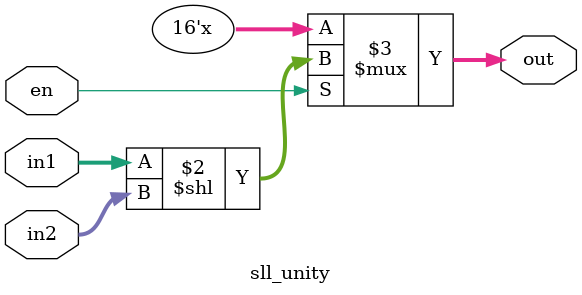
<source format=v>
module sll_unity(en, in1, in2, out);
	input en;
	input [15:0] in1, in2;
	output reg [15:0] out;
	
	always @(*) begin
		if (en)
			out <= (in1 << in2);
	end
endmodule
</source>
